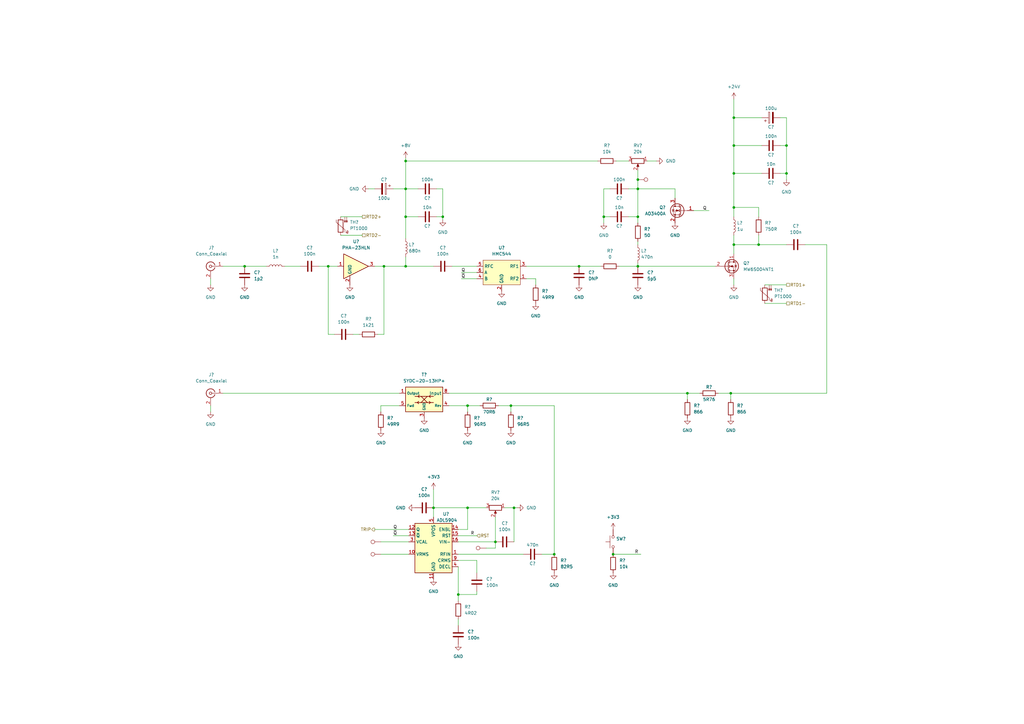
<source format=kicad_sch>
(kicad_sch (version 20211123) (generator eeschema)
  (paper "A3")
  (title_block (title "Usilitel") (date "2022-07-12") (rev "0.1") (company "M-Labs") (comment 1 "Wideband power amplifier") (comment 3 "a.k.a. topquark12") (comment 4 "Alex Wong Tat Hang"))
  (lib_symbols
    (symbol "Connector:Conn_Coaxial" (pin_names (offset 1.016) hide)
      (property "Reference" "J" (at 0.254 3.048 0))
      (property "Value" "Conn_Coaxial" (at 2.921 0 90))
      (symbol "Conn_Coaxial_0_1"
        (arc (start -1.778 -0.508) (mid 0.222 -1.808) (end 1.778 0) (stroke (width 0.254)))
        (polyline (pts (xy -2.54 0) (xy -0.508 0)))
        (polyline (pts (xy 0 -2.54) (xy 0 -1.778)))
        (circle (center 0 0) (radius 0.508) (stroke (width 0.2032)))
        (arc (start 1.778 0) (mid 0.222 1.8083) (end -1.778 0.508) (stroke (width 0.254)))
      )
      (symbol "Conn_Coaxial_1_1"
        (pin passive line (at -5.08 0 0) (length 2.54) (name "In") (number "1"))
        (pin passive line (at 0 -5.08 90) (length 2.54) (name "Ext") (number "2"))
      )
    )
    (symbol "Connector:TestPoint" (pin_numbers hide) (pin_names (offset 0.762) hide)
      (property "Reference" "TP" (at 0 6.858 0))
      (property "Value" "TestPoint" (at 0 5.08 0))
      (symbol "TestPoint_0_1"
        (circle (center 0 3.302) (radius 0.762))
      )
      (symbol "TestPoint_1_1"
        (pin passive line (at 0 0 90) (length 2.54) (name "1") (number "1"))
      )
    )
    (symbol "Device:C" (pin_numbers hide) (pin_names (offset 0.254))
      (property "Reference" "C" (at 0.635 2.54 0))
      (property "Value" "C" (at 0.635 -2.54 0))
      (symbol "C_0_1"
        (polyline (pts (xy -2.032 -0.762) (xy 2.032 -0.762)) (stroke (width 0.508)))
        (polyline (pts (xy -2.032 0.762) (xy 2.032 0.762)) (stroke (width 0.508)))
      )
      (symbol "C_1_1"
        (pin passive line (at 0 3.81 270) (length 2.794) (name "~") (number "1"))
        (pin passive line (at 0 -3.81 90) (length 2.794) (name "~") (number "2"))
      )
    )
    (symbol "Device:C_Polarized" (pin_numbers hide) (pin_names (offset 0.254))
      (property "Reference" "C" (at 0.635 2.54 0))
      (property "Value" "C_Polarized" (at 0.635 -2.54 0))
      (symbol "C_Polarized_0_1"
        (rectangle (start -2.286 0.508) (end 2.286 1.016))
        (polyline (pts (xy -1.778 2.286) (xy -0.762 2.286)))
        (polyline (pts (xy -1.27 2.794) (xy -1.27 1.778)))
        (rectangle (start 2.286 -0.508) (end -2.286 -1.016) (fill (type outline)))
      )
      (symbol "C_Polarized_1_1"
        (pin passive line (at 0 3.81 270) (length 2.794) (name "~") (number "1"))
        (pin passive line (at 0 -3.81 90) (length 2.794) (name "~") (number "2"))
      )
    )
    (symbol "Device:L" (pin_numbers hide) (pin_names (offset 1.016) hide)
      (property "Reference" "L" (at -1.27 0 90))
      (property "Value" "L" (at 1.905 0 90))
      (symbol "L_0_1"
        (arc (start 0 -2.54) (mid 0.635 -1.905) (end 0 -1.27))
        (arc (start 0 -1.27) (mid 0.635 -0.635) (end 0 0))
        (arc (start 0 0) (mid 0.635 0.635) (end 0 1.27))
        (arc (start 0 1.27) (mid 0.635 1.905) (end 0 2.54))
      )
      (symbol "L_1_1"
        (pin passive line (at 0 3.81 270) (length 1.27) (name "1") (number "1"))
        (pin passive line (at 0 -3.81 90) (length 1.27) (name "2") (number "2"))
      )
    )
    (symbol "Device:R" (pin_numbers hide) (pin_names (offset 0))
      (property "Reference" "R" (at 2.032 0 90))
      (property "Value" "R" (at 0 0 90))
      (symbol "R_0_1"
        (rectangle (start -1.016 -2.54) (end 1.016 2.54) (stroke (width 0.254)))
      )
      (symbol "R_1_1"
        (pin passive line (at 0 3.81 270) (length 1.27) (name "~") (number "1"))
        (pin passive line (at 0 -3.81 90) (length 1.27) (name "~") (number "2"))
      )
    )
    (symbol "Device:R_Potentiometer" (pin_names (offset 1.016) hide)
      (property "Reference" "RV" (at -4.445 0 90))
      (property "Value" "R_Potentiometer" (at -2.54 0 90))
      (symbol "R_Potentiometer_0_1"
        (polyline (pts (xy 2.54 0) (xy 1.524 0)))
        (polyline (pts (xy 1.143 0) (xy 2.286 0.508) (xy 2.286 -0.508) (xy 1.143 0)) (fill (type outline)))
        (rectangle (start 1.016 2.54) (end -1.016 -2.54) (stroke (width 0.254)))
      )
      (symbol "R_Potentiometer_1_1"
        (pin passive line (at 0 3.81 270) (length 1.27) (name "1") (number "1"))
        (pin passive line (at 3.81 0 180) (length 1.27) (name "2") (number "2"))
        (pin passive line (at 0 -3.81 90) (length 1.27) (name "3") (number "3"))
      )
    )
    (symbol "Device:Thermistor_PTC" (pin_numbers hide) (pin_names (offset 0))
      (property "Reference" "TH" (at -4.064 0 90))
      (property "Value" "Thermistor_PTC" (at 3.048 0 90))
      (symbol "Thermistor_PTC_0_1"
        (arc (start -3.048 2.159) (mid -3.0505 2.3165) (end -3.175 2.413))
        (arc (start -3.048 2.159) (mid -2.9736 1.9794) (end -2.794 1.905))
        (arc (start -3.048 2.794) (mid -2.9736 2.6144) (end -2.794 2.54))
        (arc (start -2.794 1.905) (mid -2.6144 1.9794) (end -2.54 2.159))
        (arc (start -2.794 2.54) (mid -2.434 2.5608) (end -2.159 2.794))
        (arc (start -2.794 3.048) (mid -2.9736 2.9736) (end -3.048 2.794))
        (arc (start -2.54 2.794) (mid -2.6144 2.9736) (end -2.794 3.048))
        (rectangle (start -1.016 2.54) (end 1.016 -2.54) (stroke (width 0.254)))
        (polyline (pts (xy -2.54 2.159) (xy -2.54 2.794)))
        (polyline (pts (xy -1.778 2.54) (xy -1.778 1.524) (xy 1.778 -1.524) (xy 1.778 -2.54)))
        (polyline (pts (xy -2.54 -3.683) (xy -2.54 -1.397) (xy -2.794 -2.159) (xy -2.286 -2.159) (xy -2.54 -1.397) (xy -2.54 -1.651)) (fill (type outline)))
        (polyline (pts (xy -1.778 -3.683) (xy -1.778 -1.397) (xy -2.032 -2.159) (xy -1.524 -2.159) (xy -1.778 -1.397) (xy -1.778 -1.651)) (fill (type outline)))
      )
      (symbol "Thermistor_PTC_1_1"
        (pin passive line (at 0 3.81 270) (length 1.27) (name "~") (number "1"))
        (pin passive line (at 0 -3.81 90) (length 1.27) (name "~") (number "2"))
      )
    )
    (symbol "RF:ADL5904"
      (property "Reference" "U" (at -6.35 11.43 0))
      (property "Value" "ADL5904" (at 5.08 11.43 0))
      (symbol "ADL5904_0_1"
        (rectangle (start -7.62 10.16) (end 7.62 -10.16) (stroke (width 0.254)) (fill (type background)))
      )
      (symbol "ADL5904_1_1"
        (pin input line (at -10.16 -2.54 0) (length 2.54) (name "RFIN") (number "1"))
        (pin output line (at 10.16 -2.54 180) (length 2.54) (name "VRMS") (number "10"))
        (pin power_in line (at 0 -12.7 90) (length 2.54) (name "GND") (number "11"))
        (pin output line (at 10.16 7.62 180) (length 2.54) (name "Q") (number "12"))
        (pin output line (at 10.16 5.08 180) (length 2.54) (name "~{Q}") (number "13"))
        (pin input line (at -10.16 7.62 0) (length 2.54) (name "ENBL") (number "14"))
        (pin input line (at -10.16 5.08 0) (length 2.54) (name "RST") (number "15"))
        (pin input line (at -10.16 2.54 0) (length 2.54) (name "VIN-") (number "16"))
        (pin passive line (at 0 -12.7 90) (length 2.54) hide (name "GND") (number "17"))
        (pin no_connect line (at 7.62 0 180) (length 2.54) hide (name "DNC") (number "2"))
        (pin output line (at 10.16 2.54 180) (length 2.54) (name "VCAL") (number "3"))
        (pin passive line (at -10.16 -7.62 0) (length 2.54) (name "DECL") (number "4"))
        (pin power_in line (at 0 12.7 270) (length 2.54) (name "VPOS") (number "5"))
        (pin no_connect line (at 7.62 -5.08 180) (length 2.54) hide (name "DNC") (number "6"))
        (pin passive line (at 0 12.7 270) (length 2.54) hide (name "VPOS") (number "7"))
        (pin no_connect line (at 7.62 -7.62 180) (length 2.54) hide (name "DNC") (number "8"))
        (pin passive line (at -10.16 -5.08 0) (length 2.54) (name "CRMS") (number "9"))
      )
    )
    (symbol "RF_Amplifier:PHA-23HLN"
      (property "Reference" "U" (at -1.27 7.62 0))
      (property "Value" "PHA-23HLN" (at 2.54 5.08 0))
      (symbol "PHA-23HLN_0_1"
        (polyline (pts (xy 5.08 0) (xy -5.08 5.08) (xy -5.08 -5.08) (xy 5.08 0)) (stroke (width 0.254)) (fill (type background)))
      )
      (symbol "PHA-23HLN_1_1"
        (pin input line (at -7.62 0 0) (length 2.54) (name "~") (number "1"))
        (pin power_in line (at -2.54 -7.62 90) (length 3.81) (name "GND") (number "2"))
        (pin output line (at 7.62 0 180) (length 2.54) (name "~") (number "3"))
      )
    )
    (symbol "Switch:SW_Push" (pin_numbers hide) (pin_names (offset 1.016) hide)
      (property "Reference" "SW" (at 1.27 2.54 0))
      (property "Value" "SW_Push" (at 0 -1.524 0))
      (symbol "SW_Push_0_1"
        (circle (center -2.032 0) (radius 0.508))
        (polyline (pts (xy 0 1.27) (xy 0 3.048)))
        (polyline (pts (xy 2.54 1.27) (xy -2.54 1.27)))
        (circle (center 2.032 0) (radius 0.508))
        (pin passive line (at -5.08 0 0) (length 2.54) (name "1") (number "1"))
        (pin passive line (at 5.08 0 180) (length 2.54) (name "2") (number "2"))
      )
    )
    (symbol "Transistor_FET:AO3400A" (pin_names hide)
      (property "Reference" "Q" (at 5.08 1.905 0))
      (property "Value" "AO3400A" (at 5.08 0 0))
      (symbol "AO3400A_0_1"
        (polyline (pts (xy 0.254 0) (xy -2.54 0)))
        (polyline (pts (xy 0.254 1.905) (xy 0.254 -1.905)) (stroke (width 0.254)))
        (polyline (pts (xy 0.762 -1.27) (xy 0.762 -2.286)) (stroke (width 0.254)))
        (polyline (pts (xy 0.762 0.508) (xy 0.762 -0.508)) (stroke (width 0.254)))
        (polyline (pts (xy 0.762 2.286) (xy 0.762 1.27)) (stroke (width 0.254)))
        (polyline (pts (xy 2.54 2.54) (xy 2.54 1.778)))
        (polyline (pts (xy 2.54 -2.54) (xy 2.54 0) (xy 0.762 0)))
        (polyline (pts (xy 0.762 -1.778) (xy 3.302 -1.778) (xy 3.302 1.778) (xy 0.762 1.778)))
        (polyline (pts (xy 1.016 0) (xy 2.032 0.381) (xy 2.032 -0.381) (xy 1.016 0)) (fill (type outline)))
        (polyline (pts (xy 2.794 0.508) (xy 2.921 0.381) (xy 3.683 0.381) (xy 3.81 0.254)))
        (polyline (pts (xy 3.302 0.381) (xy 2.921 -0.254) (xy 3.683 -0.254) (xy 3.302 0.381)))
        (circle (center 1.651 0) (radius 2.794) (stroke (width 0.254)))
        (circle (center 2.54 -1.778) (radius 0.254) (fill (type outline)))
        (circle (center 2.54 1.778) (radius 0.254) (fill (type outline)))
      )
      (symbol "AO3400A_1_1"
        (pin input line (at -5.08 0 0) (length 2.54) (name "G") (number "1"))
        (pin passive line (at 2.54 -5.08 90) (length 2.54) (name "S") (number "2"))
        (pin passive line (at 2.54 5.08 270) (length 2.54) (name "D") (number "3"))
      )
    )
    (symbol "power:+24V" (power) (pin_names (offset 0))
      (property "Value" "+24V" (at 0 3.556 0))
      (symbol "+24V_0_1"
        (polyline (pts (xy -0.762 1.27) (xy 0 2.54)))
        (polyline (pts (xy 0 0) (xy 0 2.54)))
        (polyline (pts (xy 0 2.54) (xy 0.762 1.27)))
      )
      (symbol "+24V_1_1"
        (pin power_in line (at 0 0 90) (length 0) hide (name "+24V") (number "1"))
      )
    )
    (symbol "power:+3V3" (power) (pin_names (offset 0))
      (property "Value" "+3V3" (at 0 3.556 0))
      (symbol "+3V3_0_1"
        (polyline (pts (xy -0.762 1.27) (xy 0 2.54)))
        (polyline (pts (xy 0 0) (xy 0 2.54)))
        (polyline (pts (xy 0 2.54) (xy 0.762 1.27)))
      )
      (symbol "+3V3_1_1"
        (pin power_in line (at 0 0 90) (length 0) hide (name "+3V3") (number "1"))
      )
    )
    (symbol "power:+8V" (power) (pin_names (offset 0))
      (property "Value" "+8V" (at 0 3.556 0))
      (symbol "+8V_0_1"
        (polyline (pts (xy -0.762 1.27) (xy 0 2.54)))
        (polyline (pts (xy 0 0) (xy 0 2.54)))
        (polyline (pts (xy 0 2.54) (xy 0.762 1.27)))
      )
      (symbol "+8V_1_1"
        (pin power_in line (at 0 0 90) (length 0) hide (name "+8V") (number "1"))
      )
    )
    (symbol "power:GND" (power) (pin_names (offset 0))
      (property "Value" "GND" (at 0 -3.81 0))
      (symbol "GND_0_1"
        (polyline (pts (xy 0 0) (xy 0 -1.27) (xy 1.27 -1.27) (xy 0 -2.54) (xy -1.27 -1.27) (xy 0 -1.27)))
      )
      (symbol "GND_1_1"
        (pin power_in line (at 0 0 270) (length 0) hide (name "GND") (number "1"))
      )
    )
    (symbol "usilitel:HMC544"
      (property "Reference" "U" (at 0 10.16 0))
      (property "Value" "HMC544" (at 0 7.62 0))
      (symbol "HMC544_0_0"
        (pin output line (at 10.16 -2.54 180) (length 2.54) (name "RF2") (number "1"))
        (pin power_in line (at 0 -7.62 90) (length 2.54) (name "GND") (number "2"))
        (pin output line (at 10.16 2.54 180) (length 2.54) (name "RF1") (number "3"))
        (pin input line (at -10.16 -2.54 0) (length 2.54) (name "B") (number "4"))
        (pin input line (at -10.16 2.54 0) (length 2.54) (name "RFC") (number "5"))
        (pin input line (at -10.16 0 0) (length 2.54) (name "A") (number "6"))
      )
      (symbol "HMC544_0_1"
        (rectangle (start -7.62 5.08) (end 7.62 -5.08) (fill (type background)))
      )
    )
    (symbol "usilitel:MW6S004NT1"
      (property "Reference" "Q" (at 10.16 2.54 0))
      (property "Value" "MW6S004NT1" (at 10.16 0 0))
      (symbol "MW6S004NT1_0_1"
        (circle (center -0.889 0) (radius 2.794) (stroke (width 0.254)))
        (circle (center 0 -1.778) (radius 0.254) (fill (type outline)))
        (polyline (pts (xy -2.286 0) (xy -5.08 0)))
        (polyline (pts (xy -2.286 1.905) (xy -2.286 -1.905)) (stroke (width 0.254)))
        (polyline (pts (xy -1.778 -1.27) (xy -1.778 -2.286)) (stroke (width 0.254)))
        (polyline (pts (xy -1.778 0.508) (xy -1.778 -0.508)) (stroke (width 0.254)))
        (polyline (pts (xy -1.778 2.286) (xy -1.778 1.27)) (stroke (width 0.254)))
        (polyline (pts (xy 0 2.54) (xy 0 1.778)))
        (polyline (pts (xy 0 -2.54) (xy 0 0) (xy -1.778 0)))
        (polyline (pts (xy -1.778 -1.778) (xy 0.762 -1.778) (xy 0.762 1.778) (xy -1.778 1.778)))
        (polyline (pts (xy -1.524 0) (xy -0.508 0.381) (xy -0.508 -0.381) (xy -1.524 0)) (fill (type outline)))
        (polyline (pts (xy 0.254 0.508) (xy 0.381 0.381) (xy 1.143 0.381) (xy 1.27 0.254)))
        (polyline (pts (xy 0.762 0.381) (xy 0.381 -0.254) (xy 1.143 -0.254) (xy 0.762 0.381)))
        (circle (center 0 1.778) (radius 0.254) (fill (type outline)))
      )
      (symbol "MW6S004NT1_1_1"
        (pin passive line (at 0 5.08 270) (length 2.54) (name "D") (number "1"))
        (pin input line (at -7.62 0 0) (length 2.54) (name "G") (number "2"))
        (pin passive line (at 0 -5.08 90) (length 2.54) (name "S") (number "3"))
        (pin passive line (at 0 -5.08 90) (length 2.54) hide (name "S") (number "4"))
      )
    )
    (symbol "usilitel:SYDC-20-13HP+"
      (property "Reference" "T" (at 0 10.16 0))
      (property "Value" "SYDC-20-13HP+" (at 0 7.62 0))
      (symbol "SYDC-20-13HP+_0_0"
        (pin power_in line (at 0 -7.62 90) (length 2.54) hide (name "GND") (number "7"))
        (pin input line (at -10.16 2.54 0) (length 2.54) (name "Input") (number "8"))
      )
      (symbol "SYDC-20-13HP+_0_1"
        (rectangle (start -7.62 5.08) (end 7.62 -5.08) (stroke (width 0.254)) (fill (type background)))
      )
      (symbol "SYDC-20-13HP+_1_1"
        (polyline (pts (xy -3.81 -1.27) (xy 3.81 -1.27)) (stroke (width 0.254)))
        (polyline (pts (xy -3.81 1.27) (xy 3.81 1.27)) (stroke (width 0.254)))
        (polyline (pts (xy -2.54 -1.27) (xy -2.032 -1.778)) (stroke (width 0.254)))
        (polyline (pts (xy -2.54 1.778) (xy -2.032 1.27)) (stroke (width 0.254)))
        (polyline (pts (xy -2.032 -0.762) (xy -2.54 -1.27)) (stroke (width 0.254)))
        (polyline (pts (xy -2.032 1.27) (xy -2.54 0.762)) (stroke (width 0.254)))
        (polyline (pts (xy -1.27 1.27) (xy 1.27 -1.27)) (stroke (width 0.254)))
        (polyline (pts (xy 1.27 1.27) (xy -1.27 -1.27)) (stroke (width 0.254)))
        (polyline (pts (xy 2.032 1.778) (xy 2.54 1.27)) (stroke (width 0.254)))
        (polyline (pts (xy 2.286 -0.762) (xy 2.794 -1.27)) (stroke (width 0.254)))
        (polyline (pts (xy 2.54 1.27) (xy 2.032 0.762)) (stroke (width 0.254)))
        (polyline (pts (xy 2.794 -1.27) (xy 2.286 -1.778)) (stroke (width 0.254)))
        (pin output line (at 10.16 2.54 180) (length 2.54) (name "Output") (number "1"))
        (pin power_in line (at 0 -7.62 90) (length 2.54) hide (name "GND") (number "2"))
        (pin power_in line (at 0 -7.62 90) (length 2.54) (name "GND") (number "3"))
        (pin output line (at -10.16 -2.54 0) (length 2.54) (name "Rev") (number "4"))
        (pin output line (at 10.16 -2.54 180) (length 2.54) (name "Fwd") (number "5"))
        (pin power_in line (at 0 -7.62 90) (length 2.54) hide (name "GND") (number "6"))
      )
    )
  )
  (junction (at 300.99 100.33))
  (junction (at 166.37 88.9))
  (junction (at 322.58 59.69))
  (junction (at 227.33 227.33))
  (junction (at 261.62 109.22))
  (junction (at 203.2 222.25))
  (junction (at 166.37 66.04))
  (junction (at 237.49 109.22))
  (junction (at 247.65 88.9))
  (junction (at 261.62 73.66))
  (junction (at 300.99 71.12))
  (junction (at 299.72 161.29))
  (junction (at 210.82 208.28))
  (junction (at 261.62 77.47))
  (junction (at 191.77 208.28))
  (junction (at 157.48 109.22))
  (junction (at 281.94 161.29))
  (junction (at 191.77 166.37))
  (junction (at 300.99 48.26))
  (junction (at 261.62 88.9))
  (junction (at 181.61 88.9))
  (junction (at 100.33 109.22))
  (junction (at 251.46 227.33))
  (junction (at 187.96 243.84))
  (junction (at 300.99 85.09))
  (junction (at 322.58 71.12))
  (junction (at 166.37 77.47))
  (junction (at 134.62 109.22))
  (junction (at 209.55 166.37))
  (junction (at 166.37 109.22))
  (junction (at 177.8 208.28))
  (junction (at 311.15 100.33))
  (junction (at 300.99 59.69))
  (wire (pts (xy 191.77 217.17) (xy 187.96 217.17)))
  (wire (pts (xy 156.21 222.25) (xy 167.64 222.25)))
  (wire (pts (xy 156.21 227.33) (xy 167.64 227.33)))
  (wire (pts (xy 189.23 114.3) (xy 195.58 114.3)))
  (wire (pts (xy 130.81 109.22) (xy 134.62 109.22)))
  (wire (pts (xy 86.36 168.91) (xy 86.36 166.37)))
  (wire (pts (xy 177.8 208.28) (xy 191.77 208.28)))
  (wire (pts (xy 195.58 242.57) (xy 195.58 243.84)))
  (wire (pts (xy 281.94 161.29) (xy 281.94 163.83)))
  (wire (pts (xy 251.46 227.33) (xy 262.89 227.33)))
  (wire (pts (xy 299.72 161.29) (xy 339.09 161.29)))
  (wire (pts (xy 204.47 166.37) (xy 209.55 166.37)))
  (wire (pts (xy 139.7 96.52) (xy 148.59 96.52)))
  (wire (pts (xy 261.62 77.47) (xy 261.62 88.9)))
  (wire (pts (xy 187.96 232.41) (xy 187.96 243.84)))
  (wire (pts (xy 209.55 166.37) (xy 209.55 168.91)))
  (wire (pts (xy 181.61 88.9) (xy 181.61 77.47)))
  (wire (pts (xy 177.8 200.66) (xy 177.8 208.28)))
  (wire (pts (xy 222.25 227.33) (xy 227.33 227.33)))
  (wire (pts (xy 300.99 96.52) (xy 300.99 100.33)))
  (wire (pts (xy 276.86 77.47) (xy 276.86 81.28)))
  (wire (pts (xy 300.99 71.12) (xy 312.42 71.12)))
  (wire (pts (xy 157.48 137.16) (xy 157.48 109.22)))
  (wire (pts (xy 187.96 229.87) (xy 195.58 229.87)))
  (wire (pts (xy 166.37 88.9) (xy 171.45 88.9)))
  (wire (pts (xy 300.99 40.64) (xy 300.99 48.26)))
  (wire (pts (xy 300.99 48.26) (xy 300.99 59.69)))
  (wire (pts (xy 144.78 137.16) (xy 147.32 137.16)))
  (wire (pts (xy 247.65 77.47) (xy 247.65 88.9)))
  (wire (pts (xy 137.16 137.16) (xy 134.62 137.16)))
  (wire (pts (xy 100.33 109.22) (xy 109.22 109.22)))
  (wire (pts (xy 284.48 86.36) (xy 290.83 86.36)))
  (wire (pts (xy 139.7 88.9) (xy 148.59 88.9)))
  (wire (pts (xy 134.62 109.22) (xy 138.43 109.22)))
  (wire (pts (xy 311.15 85.09) (xy 300.99 85.09)))
  (wire (pts (xy 154.94 137.16) (xy 157.48 137.16)))
  (wire (pts (xy 166.37 109.22) (xy 177.8 109.22)))
  (wire (pts (xy 252.73 66.04) (xy 257.81 66.04)))
  (wire (pts (xy 177.8 208.28) (xy 177.8 212.09)))
  (wire (pts (xy 86.36 116.84) (xy 86.36 114.3)))
  (wire (pts (xy 261.62 107.95) (xy 261.62 109.22)))
  (wire (pts (xy 187.96 222.25) (xy 203.2 222.25)))
  (wire (pts (xy 166.37 77.47) (xy 171.45 77.47)))
  (wire (pts (xy 265.43 66.04) (xy 269.24 66.04)))
  (wire (pts (xy 166.37 88.9) (xy 166.37 77.47)))
  (wire (pts (xy 300.99 59.69) (xy 312.42 59.69)))
  (wire (pts (xy 161.29 77.47) (xy 166.37 77.47)))
  (wire (pts (xy 261.62 69.85) (xy 261.62 73.66)))
  (wire (pts (xy 339.09 161.29) (xy 339.09 100.33)))
  (wire (pts (xy 184.15 166.37) (xy 191.77 166.37)))
  (wire (pts (xy 330.2 100.33) (xy 339.09 100.33)))
  (wire (pts (xy 311.15 96.52) (xy 311.15 100.33)))
  (wire (pts (xy 187.96 243.84) (xy 195.58 243.84)))
  (wire (pts (xy 210.82 208.28) (xy 210.82 222.25)))
  (wire (pts (xy 261.62 99.06) (xy 261.62 100.33)))
  (wire (pts (xy 203.2 224.79) (xy 203.2 222.25)))
  (wire (pts (xy 187.96 243.84) (xy 187.96 246.38)))
  (wire (pts (xy 311.15 100.33) (xy 322.58 100.33)))
  (wire (pts (xy 161.29 219.71) (xy 167.64 219.71)))
  (wire (pts (xy 207.01 208.28) (xy 210.82 208.28)))
  (wire (pts (xy 320.04 48.26) (xy 322.58 48.26)))
  (wire (pts (xy 245.11 66.04) (xy 166.37 66.04)))
  (wire (pts (xy 247.65 88.9) (xy 247.65 91.44)))
  (wire (pts (xy 181.61 77.47) (xy 179.07 77.47)))
  (wire (pts (xy 254 109.22) (xy 261.62 109.22)))
  (wire (pts (xy 281.94 161.29) (xy 287.02 161.29)))
  (wire (pts (xy 166.37 88.9) (xy 166.37 97.79)))
  (wire (pts (xy 257.81 88.9) (xy 261.62 88.9)))
  (wire (pts (xy 300.99 100.33) (xy 311.15 100.33)))
  (wire (pts (xy 181.61 88.9) (xy 181.61 90.17)))
  (wire (pts (xy 294.64 161.29) (xy 299.72 161.29)))
  (wire (pts (xy 261.62 77.47) (xy 276.86 77.47)))
  (wire (pts (xy 320.04 59.69) (xy 322.58 59.69)))
  (wire (pts (xy 215.9 114.3) (xy 219.71 114.3)))
  (wire (pts (xy 157.48 109.22) (xy 153.67 109.22)))
  (wire (pts (xy 210.82 208.28) (xy 212.09 208.28)))
  (wire (pts (xy 261.62 73.66) (xy 261.62 77.47)))
  (wire (pts (xy 157.48 109.22) (xy 166.37 109.22)))
  (wire (pts (xy 300.99 85.09) (xy 300.99 88.9)))
  (wire (pts (xy 322.58 59.69) (xy 322.58 71.12)))
  (wire (pts (xy 313.69 124.46) (xy 322.58 124.46)))
  (wire (pts (xy 203.2 212.09) (xy 203.2 222.25)))
  (wire (pts (xy 312.42 48.26) (xy 300.99 48.26)))
  (wire (pts (xy 191.77 208.28) (xy 199.39 208.28)))
  (wire (pts (xy 300.99 100.33) (xy 300.99 104.14)))
  (wire (pts (xy 215.9 109.22) (xy 237.49 109.22)))
  (wire (pts (xy 322.58 71.12) (xy 320.04 71.12)))
  (wire (pts (xy 195.58 229.87) (xy 195.58 234.95)))
  (wire (pts (xy 191.77 208.28) (xy 191.77 217.17)))
  (wire (pts (xy 134.62 137.16) (xy 134.62 109.22)))
  (wire (pts (xy 187.96 227.33) (xy 214.63 227.33)))
  (wire (pts (xy 156.21 168.91) (xy 156.21 166.37)))
  (wire (pts (xy 299.72 161.29) (xy 299.72 163.83)))
  (wire (pts (xy 199.39 224.79) (xy 203.2 224.79)))
  (wire (pts (xy 247.65 88.9) (xy 250.19 88.9)))
  (wire (pts (xy 227.33 227.33) (xy 227.33 166.37)))
  (wire (pts (xy 300.99 59.69) (xy 300.99 71.12)))
  (wire (pts (xy 166.37 64.77) (xy 166.37 66.04)))
  (wire (pts (xy 191.77 166.37) (xy 196.85 166.37)))
  (wire (pts (xy 227.33 166.37) (xy 209.55 166.37)))
  (wire (pts (xy 311.15 88.9) (xy 311.15 85.09)))
  (wire (pts (xy 322.58 48.26) (xy 322.58 59.69)))
  (wire (pts (xy 179.07 88.9) (xy 181.61 88.9)))
  (wire (pts (xy 153.67 217.17) (xy 167.64 217.17)))
  (wire (pts (xy 300.99 114.3) (xy 300.99 116.84)))
  (wire (pts (xy 219.71 114.3) (xy 219.71 116.84)))
  (wire (pts (xy 91.44 161.29) (xy 163.83 161.29)))
  (wire (pts (xy 313.69 116.84) (xy 322.58 116.84)))
  (wire (pts (xy 166.37 105.41) (xy 166.37 109.22)))
  (wire (pts (xy 156.21 166.37) (xy 163.83 166.37)))
  (wire (pts (xy 257.81 77.47) (xy 261.62 77.47)))
  (wire (pts (xy 116.84 109.22) (xy 123.19 109.22)))
  (wire (pts (xy 250.19 77.47) (xy 247.65 77.47)))
  (wire (pts (xy 261.62 109.22) (xy 293.37 109.22)))
  (wire (pts (xy 191.77 166.37) (xy 191.77 168.91)))
  (wire (pts (xy 237.49 109.22) (xy 246.38 109.22)))
  (wire (pts (xy 300.99 71.12) (xy 300.99 85.09)))
  (wire (pts (xy 185.42 109.22) (xy 195.58 109.22)))
  (wire (pts (xy 166.37 66.04) (xy 166.37 77.47)))
  (wire (pts (xy 187.96 254) (xy 187.96 256.54)))
  (wire (pts (xy 187.96 219.71) (xy 195.58 219.71)))
  (wire (pts (xy 261.62 88.9) (xy 261.62 91.44)))
  (wire (pts (xy 151.13 77.47) (xy 153.67 77.47)))
  (wire (pts (xy 91.44 109.22) (xy 100.33 109.22)))
  (wire (pts (xy 189.23 111.76) (xy 195.58 111.76)))
  (wire (pts (xy 322.58 71.12) (xy 322.58 73.66)))
  (wire (pts (xy 184.15 161.29) (xy 281.94 161.29)))
  (label "R" (at 260.35 227.33 0))
  (label "Q" (at 189.23 111.76 0))
  (label "~{Q}" (at 189.23 114.3 0))
  (label "Q" (at 288.29 86.36 0))
  (label "~{Q}" (at 161.29 219.71 0))
  (label "Q" (at 161.29 217.17 0))
  (label "R" (at 193.04 219.71 0))
  (hierarchical_label "RTD2-" (shape passive) (at 148.59 96.52 0))
  (hierarchical_label "RTD1+" (shape passive) (at 322.58 116.84 0))
  (hierarchical_label "RTD1-" (shape passive) (at 322.58 124.46 0))
  (hierarchical_label "RTD2+" (shape passive) (at 148.59 88.9 0))
  (hierarchical_label "RST" (shape input) (at 195.58 219.71 0))
  (hierarchical_label "TRIP" (shape output) (at 153.67 217.17 180))
  (symbol (lib_id "Device:L") (at 166.37 101.6 0) (unit 1)
    (property "Reference" "L?" (at 167.64 100.3299 0) (effects (justify left)))
    (property "Value" "680n" (at 167.64 102.8699 0) (effects (justify left)))
  )
  (symbol (lib_id "power:GND") (at 86.36 168.91 0) (unit 1)
    (property "Reference" "#PWR?" (effects hide))
    (property "Value" "GND" (at 86.36 173.99 0))
  )
  (symbol (lib_id "power:GND") (at 300.99 116.84 0) (unit 1)
    (property "Reference" "#PWR?" (effects hide))
    (property "Value" "GND" (at 300.99 121.92 0))
  )
  (symbol (lib_id "power:GND") (at 177.8 237.49 0) (unit 1)
    (property "Reference" "#PWR?" (effects hide))
    (property "Value" "GND" (at 177.8 242.57 0))
  )
  (symbol (lib_id "RF_Amplifier:PHA-23HLN") (at 146.05 109.22 0) (unit 1)
    (property "Reference" "U?" (at 146.05 99.06 0))
    (property "Value" "PHA-23HLN" (at 146.05 101.6 0))
    (property "Footprint" "Package_TO_SOT_SMD:SOT-89-3" (effects hide))
    (property "Datasheet" "https://www.minicircuits.com/pdfs/PHA-23HLN+.pdf" (effects hide))
  )
  (symbol (lib_id "Device:C") (at 195.58 238.76 0) (unit 1)
    (property "Reference" "C?" (at 199.39 237.4899 0) (effects (justify left)))
    (property "Value" "100n" (at 199.39 240.0299 0) (effects (justify left)))
  )
  (symbol (lib_id "Device:R") (at 156.21 172.72 0) (unit 1)
    (property "Reference" "R?" (at 158.75 171.4499 0) (effects (justify left)))
    (property "Value" "49R9" (at 158.75 173.9899 0) (effects (justify left)))
  )
  (symbol (lib_id "power:GND") (at 251.46 234.95 0) (unit 1)
    (property "Reference" "#PWR?" (effects hide))
    (property "Value" "GND" (at 251.46 240.03 0))
  )
  (symbol (lib_id "Device:L") (at 113.03 109.22 90) (unit 1)
    (property "Reference" "L?" (at 113.03 102.87 90))
    (property "Value" "1n" (at 113.03 105.41 90))
  )
  (symbol (lib_id "power:GND") (at 237.49 116.84 0) (unit 1)
    (property "Reference" "#PWR?" (effects hide))
    (property "Value" "GND" (at 237.49 121.92 0))
  )
  (symbol (lib_id "Device:R") (at 290.83 161.29 90) (unit 1)
    (property "Reference" "R?" (at 290.83 158.75 90))
    (property "Value" "5R76" (at 290.83 163.83 90))
  )
  (symbol (lib_id "Connector:TestPoint") (at 199.39 224.79 90) (unit 1)
    (property "Reference" "TP?" (effects hide))
    (property "Value" "TestPoint" (effects hide))
  )
  (symbol (lib_id "Transistor_FET:AO3400A") (at 279.4 86.36 0) (mirror y) (unit 1)
    (property "Reference" "Q?" (at 273.05 85.0899 0) (effects (justify left)))
    (property "Value" "AO3400A" (at 273.05 87.6299 0) (effects (justify left)))
    (property "Footprint" "Package_TO_SOT_SMD:SOT-23" (effects hide))
    (property "Datasheet" "http://www.aosmd.com/pdfs/datasheet/AO3400A.pdf" (effects hide))
  )
  (symbol (lib_id "power:GND") (at 219.71 124.46 0) (unit 1)
    (property "Reference" "#PWR?" (effects hide))
    (property "Value" "GND" (at 219.71 129.54 0))
  )
  (symbol (lib_id "Device:L") (at 300.99 92.71 0) (unit 1)
    (property "Reference" "L?" (at 302.26 91.4399 0) (effects (justify left)))
    (property "Value" "1u" (at 302.26 93.9799 0) (effects (justify left)))
  )
  (symbol (lib_id "Device:R") (at 151.13 137.16 90) (unit 1)
    (property "Reference" "R?" (at 151.13 130.81 90))
    (property "Value" "1k21" (at 151.13 133.35 90))
  )
  (symbol (lib_id "Device:R") (at 251.46 231.14 0) (unit 1)
    (property "Reference" "R?" (at 254 229.8699 0) (effects (justify left)))
    (property "Value" "10k" (at 254 232.4099 0) (effects (justify left)))
  )
  (symbol (lib_id "Connector:Conn_Coaxial") (at 86.36 161.29 0) (mirror y) (unit 1)
    (property "Reference" "J?" (at 86.6774 153.67 0))
    (property "Value" "Conn_Coaxial" (at 86.6774 156.21 0))
    (property "Datasheet" " ~" (effects hide))
  )
  (symbol (lib_id "power:GND") (at 191.77 176.53 0) (unit 1)
    (property "Reference" "#PWR?" (effects hide))
    (property "Value" "GND" (at 191.77 181.61 0))
  )
  (symbol (lib_id "Device:R") (at 191.77 172.72 0) (unit 1)
    (property "Reference" "R?" (at 194.31 171.4499 0) (effects (justify left)))
    (property "Value" "96R5" (at 194.31 173.9899 0) (effects (justify left)))
  )
  (symbol (lib_id "Connector:Conn_Coaxial") (at 86.36 109.22 0) (mirror y) (unit 1)
    (property "Reference" "J?" (at 86.6774 101.6 0))
    (property "Value" "Conn_Coaxial" (at 86.6774 104.14 0))
    (property "Datasheet" " ~" (effects hide))
  )
  (symbol (lib_id "Device:C") (at 187.96 260.35 0) (unit 1)
    (property "Reference" "C?" (at 191.77 259.0799 0) (effects (justify left)))
    (property "Value" "100n" (at 191.77 261.6199 0) (effects (justify left)))
  )
  (symbol (lib_id "Device:C") (at 261.62 113.03 0) (unit 1)
    (property "Reference" "C?" (at 265.43 111.7599 0) (effects (justify left)))
    (property "Value" "5p5" (at 265.43 114.2999 0) (effects (justify left)))
  )
  (symbol (lib_id "Device:Thermistor_PTC") (at 313.69 120.65 180) (unit 1)
    (property "Reference" "TH?" (at 317.5 119.0624 0) (effects (justify right)))
    (property "Value" "PT1000" (at 317.5 121.6024 0) (effects (justify right)))
  )
  (symbol (lib_id "Device:C") (at 254 88.9 90) (unit 1)
    (property "Reference" "C?" (at 254 92.71 90))
    (property "Value" "10n" (at 254 85.09 90))
  )
  (symbol (lib_id "power:GND") (at 281.94 171.45 0) (unit 1)
    (property "Reference" "#PWR?" (effects hide))
    (property "Value" "GND" (at 281.94 176.53 0))
  )
  (symbol (lib_id "Device:C") (at 218.44 227.33 90) (unit 1)
    (property "Reference" "C?" (at 218.44 231.14 90))
    (property "Value" "470n" (at 218.44 223.52 90))
  )
  (symbol (lib_id "Device:C") (at 173.99 208.28 90) (unit 1)
    (property "Reference" "C?" (at 173.99 200.66 90))
    (property "Value" "100n" (at 173.99 203.2 90))
  )
  (symbol (lib_id "Device:R") (at 209.55 172.72 0) (unit 1)
    (property "Reference" "R?" (at 212.09 171.4499 0) (effects (justify left)))
    (property "Value" "96R5" (at 212.09 173.9899 0) (effects (justify left)))
  )
  (symbol (lib_id "Device:R") (at 248.92 66.04 90) (unit 1)
    (property "Reference" "R?" (at 248.92 59.69 90))
    (property "Value" "10k" (at 248.92 62.23 90))
  )
  (symbol (lib_id "Device:L") (at 261.62 104.14 0) (unit 1)
    (property "Reference" "L?" (at 262.89 102.8699 0) (effects (justify left)))
    (property "Value" "470n" (at 262.89 105.4099 0) (effects (justify left)))
  )
  (symbol (lib_id "Device:C") (at 181.61 109.22 90) (unit 1)
    (property "Reference" "C?" (at 181.61 101.6 90))
    (property "Value" "100n" (at 181.61 104.14 90))
  )
  (symbol (lib_id "Device:R_Potentiometer") (at 261.62 66.04 270) (unit 1)
    (property "Reference" "RV?" (at 261.62 59.69 90))
    (property "Value" "20k" (at 261.62 62.23 90))
  )
  (symbol (lib_id "Device:C") (at 140.97 137.16 90) (unit 1)
    (property "Reference" "C?" (at 140.97 129.54 90))
    (property "Value" "100n" (at 140.97 132.08 90))
  )
  (symbol (lib_id "Device:C") (at 316.23 71.12 270) (mirror x) (unit 1)
    (property "Reference" "C?" (at 316.23 74.93 90))
    (property "Value" "10n" (at 316.23 67.31 90))
  )
  (symbol (lib_id "power:GND") (at 299.72 171.45 0) (unit 1)
    (property "Reference" "#PWR?" (effects hide))
    (property "Value" "GND" (at 299.72 176.53 0))
  )
  (symbol (lib_id "Device:C") (at 254 77.47 90) (unit 1)
    (property "Reference" "C?" (at 254 81.28 90))
    (property "Value" "100n" (at 254 73.66 90))
  )
  (symbol (lib_id "power:GND") (at 181.61 90.17 0) (unit 1)
    (property "Reference" "#PWR?" (effects hide))
    (property "Value" "GND" (at 181.61 95.25 0))
  )
  (symbol (lib_id "power:+8V") (at 166.37 64.77 0) (unit 1)
    (property "Reference" "#PWR?" (effects hide))
    (property "Value" "+8V" (at 166.37 59.69 0))
  )
  (symbol (lib_id "power:GND") (at 276.86 91.44 0) (unit 1)
    (property "Reference" "#PWR?" (effects hide))
    (property "Value" "GND" (at 276.86 96.52 0))
  )
  (symbol (lib_id "usilitel:SYDC-20-13HP+") (at 173.99 163.83 0) (mirror y) (unit 1)
    (property "Reference" "T?" (at 173.99 153.67 0))
    (property "Value" "SYDC-20-13HP+" (at 173.99 156.21 0))
    (property "Footprint" "usilitel:AH202-1" (effects hide))
  )
  (symbol (lib_id "power:GND") (at 86.36 116.84 0) (unit 1)
    (property "Reference" "#PWR?" (effects hide))
    (property "Value" "GND" (at 86.36 121.92 0))
  )
  (symbol (lib_id "power:+3V3") (at 177.8 200.66 0) (unit 1)
    (property "Reference" "#PWR?" (effects hide))
    (property "Value" "+3V3" (at 177.8 195.58 0))
  )
  (symbol (lib_id "Device:R") (at 200.66 166.37 90) (unit 1)
    (property "Reference" "R?" (at 200.66 163.83 90))
    (property "Value" "70R6" (at 200.66 168.91 90))
  )
  (symbol (lib_id "power:GND") (at 322.58 73.66 0) (mirror y) (unit 1)
    (property "Reference" "#PWR?" (effects hide))
    (property "Value" "GND" (at 322.58 78.74 0))
  )
  (symbol (lib_id "Device:R") (at 187.96 250.19 0) (unit 1)
    (property "Reference" "R?" (at 190.5 248.9199 0) (effects (justify left)))
    (property "Value" "4R02" (at 190.5 251.4599 0) (effects (justify left)))
  )
  (symbol (lib_id "Device:C") (at 207.01 222.25 90) (unit 1)
    (property "Reference" "C?" (at 207.01 214.63 90))
    (property "Value" "100n" (at 207.01 217.17 90))
  )
  (symbol (lib_id "Device:R") (at 219.71 120.65 0) (unit 1)
    (property "Reference" "R?" (at 222.25 119.3799 0) (effects (justify left)))
    (property "Value" "49R9" (at 222.25 121.9199 0) (effects (justify left)))
  )
  (symbol (lib_id "Device:C") (at 175.26 88.9 90) (unit 1)
    (property "Reference" "C?" (at 175.26 92.71 90))
    (property "Value" "10n" (at 175.26 85.09 90))
  )
  (symbol (lib_id "RF:ADL5904") (at 177.8 224.79 0) (mirror y) (unit 1)
    (property "Reference" "U?" (at 181.61 210.82 0) (effects (justify right)))
    (property "Value" "ADL5904" (at 179.07 213.36 0) (effects (justify right)))
    (property "Footprint" "Package_CSP:LFCSP-16-1EP_3x3mm_P0.5mm_EP1.6x1.6mm" (effects hide))
    (property "Datasheet" "https://www.analog.com/media/en/technical-documentation/data-sheets/ADL5904.pdf" (effects hide))
  )
  (symbol (lib_id "usilitel:HMC544") (at 205.74 111.76 0) (unit 1)
    (property "Reference" "U?" (at 205.74 101.6 0))
    (property "Value" "HMC544" (at 205.74 104.14 0))
    (property "Footprint" "Package_TO_SOT_SMD:SOT-23-6" (effects hide))
  )
  (symbol (lib_id "Device:R") (at 281.94 167.64 0) (unit 1)
    (property "Reference" "R?" (at 284.48 166.3699 0) (effects (justify left)))
    (property "Value" "866" (at 284.48 168.9099 0) (effects (justify left)))
  )
  (symbol (lib_id "power:+24V") (at 300.99 40.64 0) (unit 1)
    (property "Reference" "#PWR?" (effects hide))
    (property "Value" "+24V" (at 300.99 35.56 0))
  )
  (symbol (lib_id "Connector:TestPoint") (at 156.21 227.33 90) (unit 1)
    (property "Reference" "TP?" (effects hide))
    (property "Value" "TestPoint" (effects hide))
  )
  (symbol (lib_id "power:+3V3") (at 251.46 217.17 0) (unit 1)
    (property "Reference" "#PWR?" (effects hide))
    (property "Value" "+3V3" (at 251.46 212.09 0))
  )
  (symbol (lib_id "Device:R") (at 311.15 92.71 0) (unit 1)
    (property "Reference" "R?" (at 313.69 91.4399 0) (effects (justify left)))
    (property "Value" "750R" (at 313.69 93.9799 0) (effects (justify left)))
  )
  (symbol (lib_id "Device:C") (at 237.49 113.03 0) (unit 1)
    (property "Reference" "C?" (at 241.3 111.7599 0) (effects (justify left)))
    (property "Value" "DNP" (at 241.3 114.2999 0) (effects (justify left)))
  )
  (symbol (lib_id "Connector:TestPoint") (at 156.21 222.25 90) (unit 1)
    (property "Reference" "TP?" (effects hide))
    (property "Value" "TestPoint" (effects hide))
  )
  (symbol (lib_id "Device:C") (at 127 109.22 90) (unit 1)
    (property "Reference" "C?" (at 127 101.6 90))
    (property "Value" "100n" (at 127 104.14 90))
  )
  (symbol (lib_id "power:GND") (at 151.13 77.47 270) (unit 1)
    (property "Reference" "#PWR?" (effects hide))
    (property "Value" "GND" (at 147.32 77.4699 90) (effects (justify right)))
  )
  (symbol (lib_id "power:GND") (at 187.96 264.16 0) (unit 1)
    (property "Reference" "#PWR?" (effects hide))
    (property "Value" "GND" (at 187.96 269.24 0))
  )
  (symbol (lib_id "power:GND") (at 205.74 119.38 0) (unit 1)
    (property "Reference" "#PWR?" (effects hide))
    (property "Value" "GND" (at 205.74 124.46 0))
  )
  (symbol (lib_id "Device:C") (at 326.39 100.33 90) (unit 1)
    (property "Reference" "C?" (at 326.39 92.71 90))
    (property "Value" "100n" (at 326.39 95.25 90))
  )
  (symbol (lib_id "Connector:TestPoint") (at 261.62 73.66 270) (unit 1)
    (property "Reference" "TP?" (effects hide))
    (property "Value" "TestPoint" (effects hide))
  )
  (symbol (lib_id "power:GND") (at 170.18 208.28 270) (unit 1)
    (property "Reference" "#PWR?" (effects hide))
    (property "Value" "GND" (at 166.37 208.2799 90) (effects (justify right)))
  )
  (symbol (lib_id "usilitel:MW6S004NT1") (at 300.99 109.22 0) (unit 1)
    (property "Reference" "Q?" (at 304.8 107.9499 0) (effects (justify left)))
    (property "Value" "MW6S004NT1" (at 304.8 110.4899 0) (effects (justify left)))
    (property "Footprint" "usilitel:MW6S004NT1" (effects hide))
  )
  (symbol (lib_id "Device:C") (at 175.26 77.47 90) (unit 1)
    (property "Reference" "C?" (at 175.26 81.28 90))
    (property "Value" "100n" (at 175.26 73.66 90))
  )
  (symbol (lib_id "Device:R") (at 227.33 231.14 0) (unit 1)
    (property "Reference" "R?" (at 229.87 229.8699 0) (effects (justify left)))
    (property "Value" "82R5" (at 229.87 232.4099 0) (effects (justify left)))
  )
  (symbol (lib_id "Switch:SW_Push") (at 251.46 222.25 90) (unit 1)
    (property "Reference" "SW?" (at 252.73 220.9799 90) (effects (justify right)))
    (property "Value" "SW_Push" (effects hide))
  )
  (symbol (lib_id "power:GND") (at 227.33 234.95 0) (unit 1)
    (property "Reference" "#PWR?" (effects hide))
    (property "Value" "GND" (at 227.33 240.03 0))
  )
  (symbol (lib_id "power:GND") (at 247.65 91.44 0) (unit 1)
    (property "Reference" "#PWR?" (effects hide))
    (property "Value" "GND" (at 247.65 96.52 0))
  )
  (symbol (lib_id "Device:Thermistor_PTC") (at 139.7 92.71 180) (unit 1)
    (property "Reference" "TH?" (at 143.51 91.1224 0) (effects (justify right)))
    (property "Value" "PT1000" (at 143.51 93.6624 0) (effects (justify right)))
  )
  (symbol (lib_id "Device:C_Polarized") (at 316.23 48.26 90) (unit 1)
    (property "Reference" "C?" (at 316.23 52.07 90))
    (property "Value" "100u" (at 316.23 44.45 90))
  )
  (symbol (lib_id "Device:C") (at 100.33 113.03 0) (unit 1)
    (property "Reference" "C?" (at 104.14 111.7599 0) (effects (justify left)))
    (property "Value" "1p2" (at 104.14 114.2999 0) (effects (justify left)))
  )
  (symbol (lib_id "Device:C") (at 316.23 59.69 270) (mirror x) (unit 1)
    (property "Reference" "C?" (at 316.23 63.5 90))
    (property "Value" "100n" (at 316.23 55.88 90))
  )
  (symbol (lib_id "power:GND") (at 261.62 116.84 0) (unit 1)
    (property "Reference" "#PWR?" (effects hide))
    (property "Value" "GND" (at 261.62 121.92 0))
  )
  (symbol (lib_id "power:GND") (at 156.21 176.53 0) (unit 1)
    (property "Reference" "#PWR?" (effects hide))
    (property "Value" "GND" (at 156.21 181.61 0))
  )
  (symbol (lib_id "power:GND") (at 269.24 66.04 90) (unit 1)
    (property "Reference" "#PWR?" (effects hide))
    (property "Value" "GND" (at 273.05 66.0399 90) (effects (justify right)))
  )
  (symbol (lib_id "Device:C_Polarized") (at 157.48 77.47 270) (unit 1)
    (property "Reference" "C?" (at 157.48 73.66 90))
    (property "Value" "100u" (at 157.48 81.28 90))
  )
  (symbol (lib_id "power:GND") (at 100.33 116.84 0) (unit 1)
    (property "Reference" "#PWR?" (effects hide))
    (property "Value" "GND" (at 100.33 121.92 0))
  )
  (symbol (lib_id "power:GND") (at 209.55 176.53 0) (unit 1)
    (property "Reference" "#PWR?" (effects hide))
    (property "Value" "GND" (at 209.55 181.61 0))
  )
  (symbol (lib_id "Device:R") (at 250.19 109.22 90) (unit 1)
    (property "Reference" "R?" (at 250.19 102.87 90))
    (property "Value" "0" (at 250.19 105.41 90))
  )
  (symbol (lib_id "power:GND") (at 212.09 208.28 90) (unit 1)
    (property "Reference" "#PWR?" (effects hide))
    (property "Value" "GND" (at 215.9 208.28 90) (effects (justify right)))
  )
  (symbol (lib_id "Device:R") (at 299.72 167.64 0) (unit 1)
    (property "Reference" "R?" (at 302.26 166.3699 0) (effects (justify left)))
    (property "Value" "866" (at 302.26 168.9099 0) (effects (justify left)))
  )
  (symbol (lib_id "Device:R") (at 261.62 95.25 0) (unit 1)
    (property "Reference" "R?" (at 264.16 93.9799 0) (effects (justify left)))
    (property "Value" "50" (at 264.16 96.5199 0) (effects (justify left)))
  )
  (symbol (lib_id "Device:R_Potentiometer") (at 203.2 208.28 270) (unit 1)
    (property "Reference" "RV?" (at 203.2 201.93 90))
    (property "Value" "20k" (at 203.2 204.47 90))
  )
  (symbol (lib_id "power:GND") (at 173.99 171.45 0) (unit 1)
    (property "Reference" "#PWR?" (effects hide))
    (property "Value" "GND" (at 173.99 176.53 0))
  )
  (symbol (lib_id "power:GND") (at 143.51 116.84 0) (unit 1)
    (property "Reference" "#PWR?" (effects hide))
    (property "Value" "GND" (at 143.51 121.92 0))
  )
)
</source>
